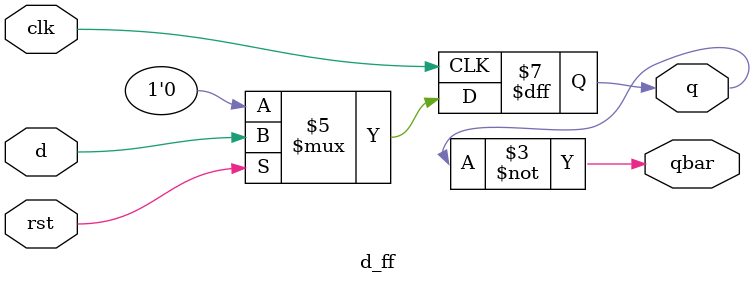
<source format=v>
`timescale 10ns / 1ps


module d_ff(clk, d, rst, q, qbar);
  
  input clk;
 
   input d;
   
 input rst;
  
  output reg q;
   
 output qbar;
	 

always @ (posedge clk )
	begin
       if (!rst)
          q <= 0;
       else
          q <= d;
	end
	
assign qbar = ~q;

endmodule

</source>
